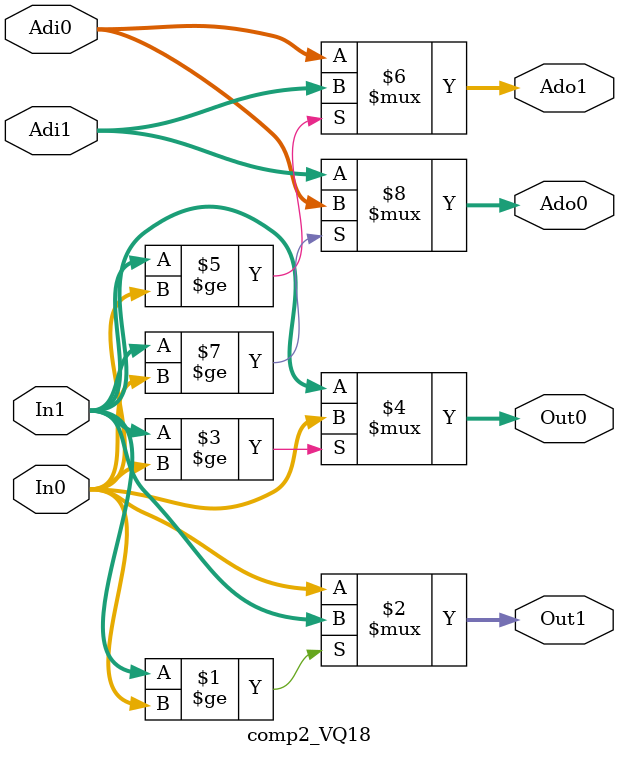
<source format=v>

module comp2_VQ18(In1,In0,
				  Out1,Out0,
				  Adi1,Adi0,
				  Ado1,Ado0);

//-------------------------
// In0: input binary code;
// In1: input binary code;
// Out1 is the max value;
// Out0 is the min value;
//-------------------------

input signed [7:0] In0,In1; // Input data
input  [4:0] Adi0,Adi1; //Element Input address
output signed [7:0] Out0,Out1; // Ouput data
output [4:0] Ado0,Ado1; //Ouptut address

assign Out1= (In1>=In0) ? In1:In0;
assign Out0= (In1>=In0) ? In0:In1;
assign Ado1= (In1>=In0) ? Adi1:Adi0;
assign Ado0= (In1>=In0) ? Adi0:Adi1;

endmodule
</source>
